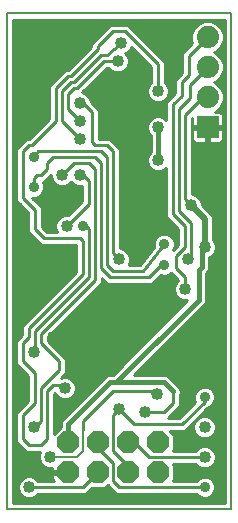
<source format=gbl>
G75*
%MOIN*%
%OFA0B0*%
%FSLAX25Y25*%
%IPPOS*%
%LPD*%
%AMOC8*
5,1,8,0,0,1.08239X$1,22.5*
%
%ADD10C,0.00800*%
%ADD11OC8,0.07400*%
%ADD12R,0.07400X0.07400*%
%ADD13C,0.07400*%
%ADD14C,0.01000*%
%ADD15C,0.03575*%
%ADD16C,0.04000*%
%ADD17C,0.01600*%
%ADD18C,0.02000*%
D10*
X0031348Y0001800D02*
X0106152Y0001800D01*
X0106152Y0167154D01*
X0031348Y0167154D01*
X0031348Y0001800D01*
X0045750Y0019154D02*
X0054750Y0019154D01*
X0056750Y0021154D01*
X0056750Y0028154D01*
D11*
X0061750Y0024154D03*
X0061750Y0014154D03*
X0051750Y0014154D03*
X0051750Y0024154D03*
X0071750Y0024154D03*
X0071750Y0014154D03*
X0081750Y0014154D03*
X0081750Y0024154D03*
D12*
X0098250Y0129154D03*
D13*
X0098250Y0139154D03*
X0098250Y0149154D03*
X0098250Y0159154D03*
D14*
X0092018Y0152922D01*
X0092018Y0146469D01*
X0089648Y0144100D01*
X0089648Y0139700D01*
X0086750Y0136802D01*
X0086750Y0100154D01*
X0090750Y0096154D01*
X0090750Y0089154D01*
X0087750Y0086154D01*
X0087750Y0082154D01*
X0090750Y0079154D01*
X0090750Y0075154D01*
X0089431Y0071696D02*
X0057403Y0071696D01*
X0058401Y0072694D02*
X0087977Y0072694D01*
X0087613Y0073058D02*
X0088654Y0072018D01*
X0090014Y0071454D01*
X0091486Y0071454D01*
X0091535Y0071474D01*
X0066714Y0046654D01*
X0065253Y0046654D01*
X0064334Y0046274D01*
X0049631Y0031570D01*
X0049250Y0030652D01*
X0049250Y0029291D01*
X0046950Y0026991D01*
X0046950Y0040243D01*
X0047365Y0040658D01*
X0047613Y0040058D01*
X0048654Y0039018D01*
X0050014Y0038454D01*
X0051486Y0038454D01*
X0052846Y0039018D01*
X0053887Y0040058D01*
X0054450Y0041418D01*
X0054450Y0042890D01*
X0053887Y0044250D01*
X0052846Y0045291D01*
X0051486Y0045854D01*
X0050014Y0045854D01*
X0049241Y0045534D01*
X0049661Y0045954D01*
X0050950Y0047243D01*
X0050950Y0052066D01*
X0049661Y0053354D01*
X0044950Y0058066D01*
X0044950Y0059243D01*
X0061661Y0075954D01*
X0062950Y0077243D01*
X0062950Y0078843D01*
X0063550Y0078243D01*
X0064839Y0076954D01*
X0079661Y0076954D01*
X0082574Y0079867D01*
X0083056Y0079667D01*
X0084444Y0079667D01*
X0085725Y0080198D01*
X0086160Y0080633D01*
X0088550Y0078243D01*
X0088550Y0078187D01*
X0087613Y0077250D01*
X0087050Y0075890D01*
X0087050Y0074418D01*
X0087613Y0073058D01*
X0087351Y0073693D02*
X0059400Y0073693D01*
X0060398Y0074691D02*
X0087050Y0074691D01*
X0087050Y0075690D02*
X0061397Y0075690D01*
X0062395Y0076688D02*
X0087381Y0076688D01*
X0088050Y0077687D02*
X0080394Y0077687D01*
X0081392Y0078685D02*
X0088108Y0078685D01*
X0087109Y0079684D02*
X0084485Y0079684D01*
X0083015Y0079684D02*
X0082391Y0079684D01*
X0082750Y0083154D02*
X0083750Y0083154D01*
X0082750Y0083154D02*
X0078750Y0079154D01*
X0065750Y0079154D01*
X0062750Y0082154D01*
X0062750Y0117154D01*
X0060750Y0119154D01*
X0046750Y0119154D01*
X0044750Y0117154D01*
X0044750Y0115154D01*
X0042750Y0113154D01*
X0041250Y0113154D01*
X0040250Y0112154D01*
X0040250Y0109154D01*
X0042671Y0106644D02*
X0056550Y0106644D01*
X0056550Y0107642D02*
X0043398Y0107642D01*
X0043206Y0107179D02*
X0043737Y0108461D01*
X0043737Y0109848D01*
X0043279Y0110954D01*
X0043661Y0110954D01*
X0044950Y0112243D01*
X0046050Y0113343D01*
X0046050Y0112418D01*
X0046613Y0111058D01*
X0047654Y0110018D01*
X0049014Y0109454D01*
X0050486Y0109454D01*
X0051846Y0110018D01*
X0052750Y0110922D01*
X0053654Y0110018D01*
X0055014Y0109454D01*
X0056486Y0109454D01*
X0056550Y0109481D01*
X0056550Y0104566D01*
X0051839Y0099854D01*
X0050514Y0099854D01*
X0049154Y0099291D01*
X0048113Y0098250D01*
X0047550Y0096890D01*
X0047550Y0095418D01*
X0047991Y0094354D01*
X0044661Y0094354D01*
X0042950Y0096066D01*
X0042950Y0102566D01*
X0039849Y0105667D01*
X0040944Y0105667D01*
X0042225Y0106198D01*
X0043206Y0107179D01*
X0043737Y0108641D02*
X0056550Y0108641D01*
X0058750Y0111154D02*
X0058750Y0103654D01*
X0051250Y0096154D01*
X0048519Y0098656D02*
X0042950Y0098656D01*
X0042950Y0099654D02*
X0050031Y0099654D01*
X0052637Y0100653D02*
X0042950Y0100653D01*
X0042950Y0101651D02*
X0053636Y0101651D01*
X0054634Y0102650D02*
X0042866Y0102650D01*
X0041867Y0103648D02*
X0055633Y0103648D01*
X0056550Y0104647D02*
X0040869Y0104647D01*
X0039870Y0105645D02*
X0056550Y0105645D01*
X0054568Y0109639D02*
X0050932Y0109639D01*
X0052466Y0110638D02*
X0053034Y0110638D01*
X0055750Y0113154D02*
X0056750Y0113154D01*
X0058750Y0111154D01*
X0060750Y0115154D02*
X0058750Y0117154D01*
X0053750Y0117154D01*
X0049750Y0113154D01*
X0047034Y0110638D02*
X0043410Y0110638D01*
X0043737Y0109639D02*
X0048568Y0109639D01*
X0046374Y0111636D02*
X0044343Y0111636D01*
X0045342Y0112635D02*
X0046050Y0112635D01*
X0040250Y0119154D02*
X0041750Y0121154D01*
X0062750Y0121154D01*
X0064750Y0119154D01*
X0064750Y0083154D01*
X0066750Y0081154D01*
X0076750Y0081154D01*
X0083750Y0090154D01*
X0081328Y0092665D02*
X0068950Y0092665D01*
X0068950Y0093663D02*
X0088550Y0093663D01*
X0088550Y0092665D02*
X0086172Y0092665D01*
X0085725Y0093111D02*
X0084444Y0093642D01*
X0083056Y0093642D01*
X0081775Y0093111D01*
X0080794Y0092130D01*
X0080263Y0090848D01*
X0080263Y0089461D01*
X0080318Y0089326D01*
X0075674Y0083354D01*
X0072009Y0083354D01*
X0072450Y0084418D01*
X0072450Y0085890D01*
X0071887Y0087250D01*
X0070846Y0088291D01*
X0069486Y0088854D01*
X0068950Y0088854D01*
X0068950Y0122066D01*
X0066950Y0124066D01*
X0065661Y0125354D01*
X0061950Y0125354D01*
X0061950Y0135066D01*
X0059450Y0137566D01*
X0059450Y0137890D01*
X0058887Y0139250D01*
X0057846Y0140291D01*
X0056539Y0140832D01*
X0064661Y0148954D01*
X0065217Y0148954D01*
X0066154Y0148018D01*
X0067514Y0147454D01*
X0068986Y0147454D01*
X0070346Y0148018D01*
X0071387Y0149058D01*
X0071950Y0150418D01*
X0071950Y0151890D01*
X0071387Y0153250D01*
X0070832Y0153805D01*
X0071346Y0154018D01*
X0072387Y0155058D01*
X0072781Y0156012D01*
X0079550Y0149243D01*
X0079550Y0144187D01*
X0078613Y0143250D01*
X0078050Y0141890D01*
X0078050Y0140418D01*
X0078613Y0139058D01*
X0079654Y0138018D01*
X0081014Y0137454D01*
X0082486Y0137454D01*
X0083846Y0138018D01*
X0084887Y0139058D01*
X0085450Y0140418D01*
X0085450Y0141890D01*
X0084887Y0143250D01*
X0083950Y0144187D01*
X0083950Y0151066D01*
X0072950Y0162066D01*
X0071661Y0163354D01*
X0065839Y0163354D01*
X0060839Y0158354D01*
X0059550Y0157066D01*
X0059550Y0156066D01*
X0051839Y0148354D01*
X0050839Y0148354D01*
X0046839Y0144354D01*
X0045550Y0143066D01*
X0045550Y0132066D01*
X0038839Y0125354D01*
X0037839Y0125354D01*
X0036550Y0124066D01*
X0036550Y0124066D01*
X0034550Y0122066D01*
X0034550Y0104743D01*
X0035839Y0103454D01*
X0038550Y0100743D01*
X0038550Y0094243D01*
X0039839Y0092954D01*
X0042839Y0089954D01*
X0054550Y0089954D01*
X0054550Y0081066D01*
X0036550Y0063066D01*
X0036550Y0060066D01*
X0034550Y0058066D01*
X0034550Y0050243D01*
X0035839Y0048954D01*
X0038550Y0046243D01*
X0038550Y0038066D01*
X0034550Y0034066D01*
X0034550Y0024243D01*
X0035839Y0022954D01*
X0037839Y0020954D01*
X0042491Y0020954D01*
X0042050Y0019890D01*
X0042050Y0018418D01*
X0042613Y0017058D01*
X0043654Y0016018D01*
X0045014Y0015454D01*
X0046486Y0015454D01*
X0046550Y0015481D01*
X0046550Y0014654D01*
X0051250Y0014654D01*
X0051250Y0013654D01*
X0046550Y0013654D01*
X0046550Y0012000D01*
X0047196Y0011354D01*
X0041783Y0011354D01*
X0040846Y0012291D01*
X0039486Y0012854D01*
X0038014Y0012854D01*
X0036654Y0012291D01*
X0035613Y0011250D01*
X0035050Y0009890D01*
X0035050Y0008418D01*
X0035613Y0007058D01*
X0036654Y0006018D01*
X0038014Y0005454D01*
X0039486Y0005454D01*
X0040846Y0006018D01*
X0041783Y0006954D01*
X0057661Y0006954D01*
X0058950Y0008243D01*
X0059487Y0008780D01*
X0059513Y0008754D01*
X0063987Y0008754D01*
X0065013Y0009780D01*
X0067839Y0006954D01*
X0094518Y0006954D01*
X0095275Y0006198D01*
X0096556Y0005667D01*
X0097944Y0005667D01*
X0099225Y0006198D01*
X0100206Y0007179D01*
X0100737Y0008461D01*
X0100737Y0009848D01*
X0100206Y0011130D01*
X0099225Y0012111D01*
X0097944Y0012642D01*
X0096556Y0012642D01*
X0095275Y0012111D01*
X0094518Y0011354D01*
X0086587Y0011354D01*
X0087150Y0011918D01*
X0087150Y0016391D01*
X0086587Y0016954D01*
X0094217Y0016954D01*
X0095154Y0016018D01*
X0096514Y0015454D01*
X0097986Y0015454D01*
X0099346Y0016018D01*
X0100387Y0017058D01*
X0100950Y0018418D01*
X0100950Y0019890D01*
X0100387Y0021250D01*
X0099346Y0022291D01*
X0097986Y0022854D01*
X0096514Y0022854D01*
X0095154Y0022291D01*
X0094217Y0021354D01*
X0086587Y0021354D01*
X0087150Y0021918D01*
X0087150Y0026391D01*
X0085587Y0027954D01*
X0090661Y0027954D01*
X0098161Y0035454D01*
X0098678Y0035971D01*
X0099225Y0036198D01*
X0100206Y0037179D01*
X0100737Y0038461D01*
X0100737Y0039848D01*
X0100206Y0041130D01*
X0099225Y0042111D01*
X0097944Y0042642D01*
X0096556Y0042642D01*
X0095275Y0042111D01*
X0094294Y0041130D01*
X0093763Y0039848D01*
X0093763Y0038461D01*
X0094109Y0037625D01*
X0088839Y0032354D01*
X0085061Y0032354D01*
X0087661Y0034954D01*
X0088950Y0036243D01*
X0088950Y0039933D01*
X0089250Y0040657D01*
X0089250Y0041652D01*
X0088869Y0042570D01*
X0085869Y0045570D01*
X0085166Y0046274D01*
X0084247Y0046654D01*
X0073786Y0046654D01*
X0097369Y0070238D01*
X0097750Y0071157D01*
X0097750Y0080619D01*
X0098369Y0081238D01*
X0098750Y0082157D01*
X0098750Y0085771D01*
X0099346Y0086018D01*
X0100387Y0087058D01*
X0100950Y0088418D01*
X0100950Y0089890D01*
X0100387Y0091250D01*
X0099950Y0091687D01*
X0099950Y0099191D01*
X0099539Y0100184D01*
X0096450Y0103273D01*
X0096450Y0103890D01*
X0095887Y0105250D01*
X0094846Y0106291D01*
X0093486Y0106854D01*
X0092950Y0106854D01*
X0092950Y0132243D01*
X0093050Y0132343D01*
X0093050Y0129654D01*
X0097750Y0129654D01*
X0097750Y0128654D01*
X0098750Y0128654D01*
X0098750Y0123954D01*
X0102147Y0123954D01*
X0102529Y0124057D01*
X0102871Y0124254D01*
X0103150Y0124533D01*
X0103348Y0124875D01*
X0103450Y0125257D01*
X0103450Y0128654D01*
X0098750Y0128654D01*
X0098750Y0129654D01*
X0103450Y0129654D01*
X0103450Y0133052D01*
X0103348Y0133433D01*
X0103150Y0133775D01*
X0102871Y0134055D01*
X0102529Y0134252D01*
X0102147Y0134354D01*
X0100773Y0134354D01*
X0101309Y0134576D01*
X0102828Y0136095D01*
X0103650Y0138080D01*
X0103650Y0140228D01*
X0102828Y0142213D01*
X0101309Y0143732D01*
X0100290Y0144154D01*
X0101309Y0144576D01*
X0102828Y0146095D01*
X0103650Y0148080D01*
X0103650Y0150228D01*
X0102828Y0152213D01*
X0101309Y0153732D01*
X0100290Y0154154D01*
X0101309Y0154576D01*
X0102828Y0156095D01*
X0103650Y0158080D01*
X0103650Y0160228D01*
X0102828Y0162213D01*
X0101309Y0163732D01*
X0099324Y0164554D01*
X0097176Y0164554D01*
X0095191Y0163732D01*
X0093672Y0162213D01*
X0092850Y0160228D01*
X0092850Y0158080D01*
X0093206Y0157221D01*
X0089818Y0153833D01*
X0089818Y0147381D01*
X0087448Y0145011D01*
X0087448Y0140611D01*
X0084550Y0137713D01*
X0084550Y0131587D01*
X0083846Y0132291D01*
X0082486Y0132854D01*
X0081014Y0132854D01*
X0079654Y0132291D01*
X0078613Y0131250D01*
X0078050Y0129890D01*
X0078050Y0128418D01*
X0078613Y0127058D01*
X0079250Y0126422D01*
X0079250Y0120887D01*
X0078613Y0120250D01*
X0078050Y0118890D01*
X0078050Y0117418D01*
X0078613Y0116058D01*
X0079654Y0115018D01*
X0081014Y0114454D01*
X0082486Y0114454D01*
X0083846Y0115018D01*
X0084550Y0115722D01*
X0084550Y0099243D01*
X0085839Y0097954D01*
X0088550Y0095243D01*
X0088550Y0090066D01*
X0086839Y0088354D01*
X0086737Y0088253D01*
X0087237Y0089461D01*
X0087237Y0090848D01*
X0086706Y0092130D01*
X0085725Y0093111D01*
X0086899Y0091666D02*
X0088550Y0091666D01*
X0088550Y0090668D02*
X0087237Y0090668D01*
X0087237Y0089669D02*
X0088153Y0089669D01*
X0087155Y0088670D02*
X0086910Y0088670D01*
X0091750Y0085154D02*
X0092750Y0086154D01*
X0092750Y0097154D01*
X0088750Y0101154D01*
X0088750Y0135202D01*
X0092348Y0138800D01*
X0092348Y0143253D01*
X0098250Y0149154D01*
X0102318Y0145586D02*
X0104052Y0145586D01*
X0104052Y0146584D02*
X0103030Y0146584D01*
X0103444Y0147583D02*
X0104052Y0147583D01*
X0104052Y0148581D02*
X0103650Y0148581D01*
X0103650Y0149580D02*
X0104052Y0149580D01*
X0104052Y0150578D02*
X0103505Y0150578D01*
X0103092Y0151577D02*
X0104052Y0151577D01*
X0104052Y0152575D02*
X0102466Y0152575D01*
X0101467Y0153574D02*
X0104052Y0153574D01*
X0104052Y0154572D02*
X0101299Y0154572D01*
X0102303Y0155571D02*
X0104052Y0155571D01*
X0104052Y0156569D02*
X0103024Y0156569D01*
X0103438Y0157568D02*
X0104052Y0157568D01*
X0104052Y0158566D02*
X0103650Y0158566D01*
X0103650Y0159565D02*
X0104052Y0159565D01*
X0104052Y0160563D02*
X0103511Y0160563D01*
X0103098Y0161562D02*
X0104052Y0161562D01*
X0104052Y0162560D02*
X0102481Y0162560D01*
X0101482Y0163559D02*
X0104052Y0163559D01*
X0104052Y0164557D02*
X0033448Y0164557D01*
X0033448Y0165054D02*
X0104052Y0165054D01*
X0104052Y0003900D01*
X0033448Y0003900D01*
X0033448Y0165054D01*
X0033448Y0163559D02*
X0095018Y0163559D01*
X0094019Y0162560D02*
X0072455Y0162560D01*
X0073454Y0161562D02*
X0093402Y0161562D01*
X0092989Y0160563D02*
X0074452Y0160563D01*
X0075451Y0159565D02*
X0092850Y0159565D01*
X0092850Y0158566D02*
X0076449Y0158566D01*
X0077448Y0157568D02*
X0093062Y0157568D01*
X0092554Y0156569D02*
X0078446Y0156569D01*
X0079445Y0155571D02*
X0091555Y0155571D01*
X0090557Y0154572D02*
X0080443Y0154572D01*
X0081442Y0153574D02*
X0089818Y0153574D01*
X0089818Y0152575D02*
X0082440Y0152575D01*
X0083439Y0151577D02*
X0089818Y0151577D01*
X0089818Y0150578D02*
X0083950Y0150578D01*
X0083950Y0149580D02*
X0089818Y0149580D01*
X0089818Y0148581D02*
X0083950Y0148581D01*
X0083950Y0147583D02*
X0089818Y0147583D01*
X0089021Y0146584D02*
X0083950Y0146584D01*
X0083950Y0145586D02*
X0088023Y0145586D01*
X0087448Y0144587D02*
X0083950Y0144587D01*
X0084548Y0143589D02*
X0087448Y0143589D01*
X0087448Y0142590D02*
X0085160Y0142590D01*
X0085450Y0141592D02*
X0087448Y0141592D01*
X0087430Y0140593D02*
X0085450Y0140593D01*
X0085109Y0139595D02*
X0086432Y0139595D01*
X0085433Y0138596D02*
X0084424Y0138596D01*
X0084550Y0137598D02*
X0082832Y0137598D01*
X0084550Y0136599D02*
X0060417Y0136599D01*
X0059450Y0137598D02*
X0080668Y0137598D01*
X0079076Y0138596D02*
X0059158Y0138596D01*
X0058542Y0139595D02*
X0078391Y0139595D01*
X0078050Y0140593D02*
X0057117Y0140593D01*
X0057299Y0141592D02*
X0078050Y0141592D01*
X0078340Y0142590D02*
X0058297Y0142590D01*
X0059296Y0143589D02*
X0078952Y0143589D01*
X0079550Y0144587D02*
X0060294Y0144587D01*
X0061293Y0145586D02*
X0079550Y0145586D01*
X0079550Y0146584D02*
X0062291Y0146584D01*
X0063290Y0147583D02*
X0067204Y0147583D01*
X0065591Y0148581D02*
X0064288Y0148581D01*
X0063750Y0151154D02*
X0054750Y0142154D01*
X0053750Y0142154D01*
X0051750Y0140154D01*
X0051750Y0135154D01*
X0055750Y0131154D01*
X0059750Y0134154D02*
X0056750Y0137154D01*
X0055750Y0137154D01*
X0059750Y0134154D02*
X0059750Y0124154D01*
X0060750Y0123154D01*
X0064750Y0123154D01*
X0066750Y0121154D01*
X0066750Y0087154D01*
X0068750Y0085154D01*
X0071465Y0087672D02*
X0079032Y0087672D01*
X0078256Y0086673D02*
X0072126Y0086673D01*
X0072450Y0085675D02*
X0077479Y0085675D01*
X0076702Y0084676D02*
X0072450Y0084676D01*
X0072143Y0083678D02*
X0075926Y0083678D01*
X0079809Y0088670D02*
X0069930Y0088670D01*
X0068950Y0089669D02*
X0080263Y0089669D01*
X0080263Y0090668D02*
X0068950Y0090668D01*
X0068950Y0091666D02*
X0080601Y0091666D01*
X0086136Y0097657D02*
X0068950Y0097657D01*
X0068950Y0096659D02*
X0087134Y0096659D01*
X0088133Y0095660D02*
X0068950Y0095660D01*
X0068950Y0094662D02*
X0088550Y0094662D01*
X0085137Y0098656D02*
X0068950Y0098656D01*
X0068950Y0099654D02*
X0084550Y0099654D01*
X0084550Y0100653D02*
X0068950Y0100653D01*
X0068950Y0101651D02*
X0084550Y0101651D01*
X0084550Y0102650D02*
X0068950Y0102650D01*
X0068950Y0103648D02*
X0084550Y0103648D01*
X0084550Y0104647D02*
X0068950Y0104647D01*
X0068950Y0105645D02*
X0084550Y0105645D01*
X0084550Y0106644D02*
X0068950Y0106644D01*
X0068950Y0107642D02*
X0084550Y0107642D01*
X0084550Y0108641D02*
X0068950Y0108641D01*
X0068950Y0109639D02*
X0084550Y0109639D01*
X0084550Y0110638D02*
X0068950Y0110638D01*
X0068950Y0111636D02*
X0084550Y0111636D01*
X0084550Y0112635D02*
X0068950Y0112635D01*
X0068950Y0113633D02*
X0084550Y0113633D01*
X0084550Y0114632D02*
X0082914Y0114632D01*
X0084459Y0115630D02*
X0084550Y0115630D01*
X0080586Y0114632D02*
X0068950Y0114632D01*
X0068950Y0115630D02*
X0079041Y0115630D01*
X0078377Y0116629D02*
X0068950Y0116629D01*
X0068950Y0117627D02*
X0078050Y0117627D01*
X0078050Y0118626D02*
X0068950Y0118626D01*
X0068950Y0119624D02*
X0078354Y0119624D01*
X0078986Y0120623D02*
X0068950Y0120623D01*
X0068950Y0121621D02*
X0079250Y0121621D01*
X0079250Y0122620D02*
X0068396Y0122620D01*
X0067397Y0123618D02*
X0079250Y0123618D01*
X0079250Y0124617D02*
X0066399Y0124617D01*
X0061950Y0125615D02*
X0079250Y0125615D01*
X0079058Y0126614D02*
X0061950Y0126614D01*
X0061950Y0127612D02*
X0078384Y0127612D01*
X0078050Y0128611D02*
X0061950Y0128611D01*
X0061950Y0129609D02*
X0078050Y0129609D01*
X0078347Y0130608D02*
X0061950Y0130608D01*
X0061950Y0131606D02*
X0078970Y0131606D01*
X0080412Y0132605D02*
X0061950Y0132605D01*
X0061950Y0133603D02*
X0084550Y0133603D01*
X0084550Y0132605D02*
X0083088Y0132605D01*
X0084530Y0131606D02*
X0084550Y0131606D01*
X0084550Y0134602D02*
X0061950Y0134602D01*
X0061415Y0135601D02*
X0084550Y0135601D01*
X0081750Y0141154D02*
X0081750Y0150154D01*
X0070750Y0161154D01*
X0066750Y0161154D01*
X0061750Y0156154D01*
X0061750Y0155154D01*
X0052750Y0146154D01*
X0051750Y0146154D01*
X0047750Y0142154D01*
X0047750Y0131154D01*
X0039750Y0123154D01*
X0038750Y0123154D01*
X0036750Y0121154D01*
X0036750Y0105654D01*
X0040750Y0101654D01*
X0040750Y0095154D01*
X0043750Y0092154D01*
X0055750Y0092154D01*
X0056750Y0091154D01*
X0056750Y0080154D01*
X0038750Y0062154D01*
X0038750Y0059154D01*
X0036750Y0057154D01*
X0036750Y0051154D01*
X0040750Y0047154D01*
X0040750Y0037154D01*
X0036750Y0033154D01*
X0036750Y0025154D01*
X0038750Y0023154D01*
X0042750Y0023154D01*
X0044750Y0025154D01*
X0044750Y0041154D01*
X0046750Y0043154D01*
X0049750Y0043154D01*
X0050750Y0042154D01*
X0052188Y0038745D02*
X0056805Y0038745D01*
X0057804Y0039743D02*
X0053572Y0039743D01*
X0054170Y0040742D02*
X0058802Y0040742D01*
X0059801Y0041740D02*
X0054450Y0041740D01*
X0054450Y0042739D02*
X0060799Y0042739D01*
X0061798Y0043737D02*
X0054099Y0043737D01*
X0053401Y0044736D02*
X0062796Y0044736D01*
X0063795Y0045734D02*
X0051775Y0045734D01*
X0050440Y0046733D02*
X0066793Y0046733D01*
X0067792Y0047732D02*
X0050950Y0047732D01*
X0050950Y0048730D02*
X0068790Y0048730D01*
X0069789Y0049729D02*
X0050950Y0049729D01*
X0050950Y0050727D02*
X0070787Y0050727D01*
X0071786Y0051726D02*
X0050950Y0051726D01*
X0050292Y0052724D02*
X0072784Y0052724D01*
X0073783Y0053723D02*
X0049293Y0053723D01*
X0048294Y0054721D02*
X0074781Y0054721D01*
X0075780Y0055720D02*
X0047296Y0055720D01*
X0046297Y0056718D02*
X0076778Y0056718D01*
X0077777Y0057717D02*
X0045299Y0057717D01*
X0044950Y0058715D02*
X0078775Y0058715D01*
X0079774Y0059714D02*
X0045421Y0059714D01*
X0046419Y0060712D02*
X0080772Y0060712D01*
X0081771Y0061711D02*
X0047418Y0061711D01*
X0048416Y0062709D02*
X0082769Y0062709D01*
X0083768Y0063708D02*
X0049415Y0063708D01*
X0050413Y0064706D02*
X0084766Y0064706D01*
X0085765Y0065705D02*
X0051412Y0065705D01*
X0052410Y0066703D02*
X0086763Y0066703D01*
X0087762Y0067702D02*
X0053409Y0067702D01*
X0054407Y0068700D02*
X0088760Y0068700D01*
X0089759Y0069699D02*
X0055406Y0069699D01*
X0056404Y0070697D02*
X0090757Y0070697D01*
X0093834Y0066703D02*
X0104052Y0066703D01*
X0104052Y0065705D02*
X0092836Y0065705D01*
X0091837Y0064706D02*
X0104052Y0064706D01*
X0104052Y0063708D02*
X0090839Y0063708D01*
X0089840Y0062709D02*
X0104052Y0062709D01*
X0104052Y0061711D02*
X0088842Y0061711D01*
X0087843Y0060712D02*
X0104052Y0060712D01*
X0104052Y0059714D02*
X0086845Y0059714D01*
X0085846Y0058715D02*
X0104052Y0058715D01*
X0104052Y0057717D02*
X0084848Y0057717D01*
X0083849Y0056718D02*
X0104052Y0056718D01*
X0104052Y0055720D02*
X0082851Y0055720D01*
X0081852Y0054721D02*
X0104052Y0054721D01*
X0104052Y0053723D02*
X0080854Y0053723D01*
X0079855Y0052724D02*
X0104052Y0052724D01*
X0104052Y0051726D02*
X0078857Y0051726D01*
X0077858Y0050727D02*
X0104052Y0050727D01*
X0104052Y0049729D02*
X0076860Y0049729D01*
X0075861Y0048730D02*
X0104052Y0048730D01*
X0104052Y0047732D02*
X0074863Y0047732D01*
X0073864Y0046733D02*
X0104052Y0046733D01*
X0104052Y0045734D02*
X0085705Y0045734D01*
X0086704Y0044736D02*
X0104052Y0044736D01*
X0104052Y0043737D02*
X0087702Y0043737D01*
X0088701Y0042739D02*
X0104052Y0042739D01*
X0104052Y0041740D02*
X0099596Y0041740D01*
X0100367Y0040742D02*
X0104052Y0040742D01*
X0104052Y0039743D02*
X0100737Y0039743D01*
X0100737Y0038745D02*
X0104052Y0038745D01*
X0104052Y0037746D02*
X0100442Y0037746D01*
X0099775Y0036748D02*
X0104052Y0036748D01*
X0104052Y0035749D02*
X0098456Y0035749D01*
X0097458Y0034751D02*
X0104052Y0034751D01*
X0104052Y0033752D02*
X0096459Y0033752D01*
X0096514Y0032854D02*
X0095154Y0032291D01*
X0094113Y0031250D01*
X0093550Y0029890D01*
X0093550Y0028418D01*
X0094113Y0027058D01*
X0095154Y0026018D01*
X0096514Y0025454D01*
X0097986Y0025454D01*
X0099346Y0026018D01*
X0100387Y0027058D01*
X0100950Y0028418D01*
X0100950Y0029890D01*
X0100387Y0031250D01*
X0099346Y0032291D01*
X0097986Y0032854D01*
X0096514Y0032854D01*
X0096271Y0032754D02*
X0095461Y0032754D01*
X0094618Y0031755D02*
X0094462Y0031755D01*
X0093909Y0030757D02*
X0093464Y0030757D01*
X0093550Y0029758D02*
X0092465Y0029758D01*
X0091467Y0028760D02*
X0093550Y0028760D01*
X0093822Y0027761D02*
X0085780Y0027761D01*
X0086778Y0026763D02*
X0094409Y0026763D01*
X0095766Y0025764D02*
X0087150Y0025764D01*
X0087150Y0024766D02*
X0104052Y0024766D01*
X0104052Y0025764D02*
X0098734Y0025764D01*
X0100091Y0026763D02*
X0104052Y0026763D01*
X0104052Y0027761D02*
X0100678Y0027761D01*
X0100950Y0028760D02*
X0104052Y0028760D01*
X0104052Y0029758D02*
X0100950Y0029758D01*
X0100591Y0030757D02*
X0104052Y0030757D01*
X0104052Y0031755D02*
X0099882Y0031755D01*
X0098229Y0032754D02*
X0104052Y0032754D01*
X0097250Y0037654D02*
X0097250Y0039154D01*
X0097250Y0037654D02*
X0089750Y0030154D01*
X0073750Y0030154D01*
X0068750Y0035154D01*
X0066750Y0033154D01*
X0066750Y0021154D01*
X0071750Y0016154D01*
X0071750Y0014154D01*
X0066750Y0011154D02*
X0068750Y0009154D01*
X0097250Y0009154D01*
X0094949Y0011785D02*
X0087018Y0011785D01*
X0087150Y0012784D02*
X0104052Y0012784D01*
X0104052Y0013782D02*
X0087150Y0013782D01*
X0087150Y0014781D02*
X0104052Y0014781D01*
X0104052Y0015779D02*
X0098770Y0015779D01*
X0100106Y0016778D02*
X0104052Y0016778D01*
X0104052Y0017776D02*
X0100684Y0017776D01*
X0100950Y0018775D02*
X0104052Y0018775D01*
X0104052Y0019773D02*
X0100950Y0019773D01*
X0100585Y0020772D02*
X0104052Y0020772D01*
X0104052Y0021770D02*
X0099867Y0021770D01*
X0098193Y0022769D02*
X0104052Y0022769D01*
X0104052Y0023767D02*
X0087150Y0023767D01*
X0087150Y0022769D02*
X0096307Y0022769D01*
X0094633Y0021770D02*
X0087003Y0021770D01*
X0086763Y0016778D02*
X0094394Y0016778D01*
X0095730Y0015779D02*
X0087150Y0015779D01*
X0094680Y0006793D02*
X0041621Y0006793D01*
X0040306Y0005794D02*
X0096249Y0005794D01*
X0098251Y0005794D02*
X0104052Y0005794D01*
X0104052Y0004796D02*
X0033448Y0004796D01*
X0033448Y0005794D02*
X0037194Y0005794D01*
X0035879Y0006793D02*
X0033448Y0006793D01*
X0033448Y0007791D02*
X0035310Y0007791D01*
X0035050Y0008790D02*
X0033448Y0008790D01*
X0033448Y0009788D02*
X0035050Y0009788D01*
X0035421Y0010787D02*
X0033448Y0010787D01*
X0033448Y0011785D02*
X0036148Y0011785D01*
X0037843Y0012784D02*
X0033448Y0012784D01*
X0033448Y0013782D02*
X0051250Y0013782D01*
X0046765Y0011785D02*
X0041352Y0011785D01*
X0039657Y0012784D02*
X0046550Y0012784D01*
X0046550Y0014781D02*
X0033448Y0014781D01*
X0033448Y0015779D02*
X0044230Y0015779D01*
X0042894Y0016778D02*
X0033448Y0016778D01*
X0033448Y0017776D02*
X0042316Y0017776D01*
X0042050Y0018775D02*
X0033448Y0018775D01*
X0033448Y0019773D02*
X0042050Y0019773D01*
X0042415Y0020772D02*
X0033448Y0020772D01*
X0033448Y0021770D02*
X0037023Y0021770D01*
X0036024Y0022769D02*
X0033448Y0022769D01*
X0033448Y0023767D02*
X0035026Y0023767D01*
X0034550Y0024766D02*
X0033448Y0024766D01*
X0033448Y0025764D02*
X0034550Y0025764D01*
X0034550Y0026763D02*
X0033448Y0026763D01*
X0033448Y0027761D02*
X0034550Y0027761D01*
X0034550Y0028760D02*
X0033448Y0028760D01*
X0033448Y0029758D02*
X0034550Y0029758D01*
X0034550Y0030757D02*
X0033448Y0030757D01*
X0033448Y0031755D02*
X0034550Y0031755D01*
X0034550Y0032754D02*
X0033448Y0032754D01*
X0033448Y0033752D02*
X0034550Y0033752D01*
X0035235Y0034751D02*
X0033448Y0034751D01*
X0033448Y0035749D02*
X0036234Y0035749D01*
X0037232Y0036748D02*
X0033448Y0036748D01*
X0033448Y0037746D02*
X0038231Y0037746D01*
X0038550Y0038745D02*
X0033448Y0038745D01*
X0033448Y0039743D02*
X0038550Y0039743D01*
X0038550Y0040742D02*
X0033448Y0040742D01*
X0033448Y0041740D02*
X0038550Y0041740D01*
X0038550Y0042739D02*
X0033448Y0042739D01*
X0033448Y0043737D02*
X0038550Y0043737D01*
X0038550Y0044736D02*
X0033448Y0044736D01*
X0033448Y0045734D02*
X0038550Y0045734D01*
X0038060Y0046733D02*
X0033448Y0046733D01*
X0033448Y0047732D02*
X0037062Y0047732D01*
X0036063Y0048730D02*
X0033448Y0048730D01*
X0033448Y0049729D02*
X0035065Y0049729D01*
X0034550Y0050727D02*
X0033448Y0050727D01*
X0033448Y0051726D02*
X0034550Y0051726D01*
X0034550Y0052724D02*
X0033448Y0052724D01*
X0033448Y0053723D02*
X0034550Y0053723D01*
X0034550Y0054721D02*
X0033448Y0054721D01*
X0033448Y0055720D02*
X0034550Y0055720D01*
X0034550Y0056718D02*
X0033448Y0056718D01*
X0033448Y0057717D02*
X0034550Y0057717D01*
X0035200Y0058715D02*
X0033448Y0058715D01*
X0033448Y0059714D02*
X0036198Y0059714D01*
X0036550Y0060712D02*
X0033448Y0060712D01*
X0033448Y0061711D02*
X0036550Y0061711D01*
X0036550Y0062709D02*
X0033448Y0062709D01*
X0033448Y0063708D02*
X0037192Y0063708D01*
X0038191Y0064706D02*
X0033448Y0064706D01*
X0033448Y0065705D02*
X0039189Y0065705D01*
X0040188Y0066703D02*
X0033448Y0066703D01*
X0033448Y0067702D02*
X0041186Y0067702D01*
X0042185Y0068700D02*
X0033448Y0068700D01*
X0033448Y0069699D02*
X0043183Y0069699D01*
X0044182Y0070697D02*
X0033448Y0070697D01*
X0033448Y0071696D02*
X0045180Y0071696D01*
X0046179Y0072694D02*
X0033448Y0072694D01*
X0033448Y0073693D02*
X0047177Y0073693D01*
X0048176Y0074691D02*
X0033448Y0074691D01*
X0033448Y0075690D02*
X0049174Y0075690D01*
X0050173Y0076688D02*
X0033448Y0076688D01*
X0033448Y0077687D02*
X0051171Y0077687D01*
X0052170Y0078685D02*
X0033448Y0078685D01*
X0033448Y0079684D02*
X0053168Y0079684D01*
X0054167Y0080682D02*
X0033448Y0080682D01*
X0033448Y0081681D02*
X0054550Y0081681D01*
X0054550Y0082679D02*
X0033448Y0082679D01*
X0033448Y0083678D02*
X0054550Y0083678D01*
X0054550Y0084676D02*
X0033448Y0084676D01*
X0033448Y0085675D02*
X0054550Y0085675D01*
X0054550Y0086673D02*
X0033448Y0086673D01*
X0033448Y0087672D02*
X0054550Y0087672D01*
X0054550Y0088670D02*
X0033448Y0088670D01*
X0033448Y0089669D02*
X0054550Y0089669D01*
X0058750Y0095154D02*
X0057750Y0096154D01*
X0056750Y0096154D01*
X0058750Y0095154D02*
X0058750Y0079154D01*
X0040750Y0061154D01*
X0040750Y0056154D01*
X0040250Y0054154D01*
X0042750Y0057154D02*
X0048750Y0051154D01*
X0048750Y0048154D01*
X0042750Y0042154D01*
X0042750Y0031154D01*
X0040750Y0029154D01*
X0040250Y0029154D01*
X0046950Y0028760D02*
X0048719Y0028760D01*
X0049250Y0029758D02*
X0046950Y0029758D01*
X0046950Y0030757D02*
X0049294Y0030757D01*
X0049815Y0031755D02*
X0046950Y0031755D01*
X0046950Y0032754D02*
X0050814Y0032754D01*
X0051812Y0033752D02*
X0046950Y0033752D01*
X0046950Y0034751D02*
X0052811Y0034751D01*
X0053810Y0035749D02*
X0046950Y0035749D01*
X0046950Y0036748D02*
X0054808Y0036748D01*
X0055807Y0037746D02*
X0046950Y0037746D01*
X0046950Y0038745D02*
X0049312Y0038745D01*
X0047928Y0039743D02*
X0046950Y0039743D01*
X0049441Y0045734D02*
X0049725Y0045734D01*
X0049661Y0045954D02*
X0049661Y0045954D01*
X0042750Y0057154D02*
X0042750Y0060154D01*
X0060750Y0078154D01*
X0060750Y0115154D01*
X0055750Y0125154D02*
X0049750Y0131154D01*
X0049750Y0141154D01*
X0052750Y0144154D01*
X0053750Y0144154D01*
X0062750Y0153154D01*
X0064750Y0153154D01*
X0069250Y0157154D01*
X0071900Y0154572D02*
X0074221Y0154572D01*
X0075219Y0153574D02*
X0071063Y0153574D01*
X0071666Y0152575D02*
X0076218Y0152575D01*
X0077216Y0151577D02*
X0071950Y0151577D01*
X0071950Y0150578D02*
X0078215Y0150578D01*
X0079213Y0149580D02*
X0071603Y0149580D01*
X0070909Y0148581D02*
X0079550Y0148581D01*
X0079550Y0147583D02*
X0069296Y0147583D01*
X0068250Y0151154D02*
X0063750Y0151154D01*
X0059550Y0156569D02*
X0033448Y0156569D01*
X0033448Y0155571D02*
X0059055Y0155571D01*
X0058057Y0154572D02*
X0033448Y0154572D01*
X0033448Y0153574D02*
X0057058Y0153574D01*
X0056060Y0152575D02*
X0033448Y0152575D01*
X0033448Y0151577D02*
X0055061Y0151577D01*
X0054063Y0150578D02*
X0033448Y0150578D01*
X0033448Y0149580D02*
X0053064Y0149580D01*
X0052066Y0148581D02*
X0033448Y0148581D01*
X0033448Y0147583D02*
X0050067Y0147583D01*
X0049069Y0146584D02*
X0033448Y0146584D01*
X0033448Y0145586D02*
X0048070Y0145586D01*
X0047072Y0144587D02*
X0033448Y0144587D01*
X0033448Y0143589D02*
X0046073Y0143589D01*
X0045550Y0142590D02*
X0033448Y0142590D01*
X0033448Y0141592D02*
X0045550Y0141592D01*
X0045550Y0140593D02*
X0033448Y0140593D01*
X0033448Y0139595D02*
X0045550Y0139595D01*
X0045550Y0138596D02*
X0033448Y0138596D01*
X0033448Y0137598D02*
X0045550Y0137598D01*
X0045550Y0136599D02*
X0033448Y0136599D01*
X0033448Y0135601D02*
X0045550Y0135601D01*
X0045550Y0134602D02*
X0033448Y0134602D01*
X0033448Y0133603D02*
X0045550Y0133603D01*
X0045550Y0132605D02*
X0033448Y0132605D01*
X0033448Y0131606D02*
X0045091Y0131606D01*
X0044092Y0130608D02*
X0033448Y0130608D01*
X0033448Y0129609D02*
X0043094Y0129609D01*
X0042095Y0128611D02*
X0033448Y0128611D01*
X0033448Y0127612D02*
X0041097Y0127612D01*
X0040098Y0126614D02*
X0033448Y0126614D01*
X0033448Y0125615D02*
X0039100Y0125615D01*
X0037101Y0124617D02*
X0033448Y0124617D01*
X0033448Y0123618D02*
X0036103Y0123618D01*
X0035104Y0122620D02*
X0033448Y0122620D01*
X0033448Y0121621D02*
X0034550Y0121621D01*
X0034550Y0120623D02*
X0033448Y0120623D01*
X0033448Y0119624D02*
X0034550Y0119624D01*
X0034550Y0118626D02*
X0033448Y0118626D01*
X0033448Y0117627D02*
X0034550Y0117627D01*
X0034550Y0116629D02*
X0033448Y0116629D01*
X0033448Y0115630D02*
X0034550Y0115630D01*
X0034550Y0114632D02*
X0033448Y0114632D01*
X0033448Y0113633D02*
X0034550Y0113633D01*
X0034550Y0112635D02*
X0033448Y0112635D01*
X0033448Y0111636D02*
X0034550Y0111636D01*
X0034550Y0110638D02*
X0033448Y0110638D01*
X0033448Y0109639D02*
X0034550Y0109639D01*
X0034550Y0108641D02*
X0033448Y0108641D01*
X0033448Y0107642D02*
X0034550Y0107642D01*
X0034550Y0106644D02*
X0033448Y0106644D01*
X0033448Y0105645D02*
X0034550Y0105645D01*
X0034646Y0104647D02*
X0033448Y0104647D01*
X0033448Y0103648D02*
X0035645Y0103648D01*
X0036643Y0102650D02*
X0033448Y0102650D01*
X0033448Y0101651D02*
X0037642Y0101651D01*
X0038550Y0100653D02*
X0033448Y0100653D01*
X0033448Y0099654D02*
X0038550Y0099654D01*
X0038550Y0098656D02*
X0033448Y0098656D01*
X0033448Y0097657D02*
X0038550Y0097657D01*
X0038550Y0096659D02*
X0033448Y0096659D01*
X0033448Y0095660D02*
X0038550Y0095660D01*
X0038550Y0094662D02*
X0033448Y0094662D01*
X0033448Y0093663D02*
X0039130Y0093663D01*
X0040129Y0092665D02*
X0033448Y0092665D01*
X0033448Y0091666D02*
X0041127Y0091666D01*
X0042126Y0090668D02*
X0033448Y0090668D01*
X0043356Y0095660D02*
X0047550Y0095660D01*
X0047550Y0096659D02*
X0042950Y0096659D01*
X0042950Y0097657D02*
X0047868Y0097657D01*
X0047863Y0094662D02*
X0044354Y0094662D01*
X0062950Y0078685D02*
X0063108Y0078685D01*
X0062950Y0077687D02*
X0064106Y0077687D01*
X0090750Y0105154D02*
X0090750Y0133154D01*
X0096750Y0139154D01*
X0098250Y0139154D01*
X0102333Y0135601D02*
X0104052Y0135601D01*
X0104052Y0136599D02*
X0103036Y0136599D01*
X0103450Y0137598D02*
X0104052Y0137598D01*
X0104052Y0138596D02*
X0103650Y0138596D01*
X0103650Y0139595D02*
X0104052Y0139595D01*
X0104052Y0140593D02*
X0103499Y0140593D01*
X0103085Y0141592D02*
X0104052Y0141592D01*
X0104052Y0142590D02*
X0102451Y0142590D01*
X0101452Y0143589D02*
X0104052Y0143589D01*
X0104052Y0144587D02*
X0101320Y0144587D01*
X0101334Y0134602D02*
X0104052Y0134602D01*
X0104052Y0133603D02*
X0103250Y0133603D01*
X0103450Y0132605D02*
X0104052Y0132605D01*
X0104052Y0131606D02*
X0103450Y0131606D01*
X0103450Y0130608D02*
X0104052Y0130608D01*
X0104052Y0129609D02*
X0098750Y0129609D01*
X0098750Y0128611D02*
X0097750Y0128611D01*
X0097750Y0128654D02*
X0097750Y0123954D01*
X0094353Y0123954D01*
X0093971Y0124057D01*
X0093629Y0124254D01*
X0093350Y0124533D01*
X0093152Y0124875D01*
X0093050Y0125257D01*
X0093050Y0128654D01*
X0097750Y0128654D01*
X0097750Y0129609D02*
X0092950Y0129609D01*
X0092950Y0128611D02*
X0093050Y0128611D01*
X0093050Y0127612D02*
X0092950Y0127612D01*
X0092950Y0126614D02*
X0093050Y0126614D01*
X0093050Y0125615D02*
X0092950Y0125615D01*
X0092950Y0124617D02*
X0093301Y0124617D01*
X0092950Y0123618D02*
X0104052Y0123618D01*
X0104052Y0122620D02*
X0092950Y0122620D01*
X0092950Y0121621D02*
X0104052Y0121621D01*
X0104052Y0120623D02*
X0092950Y0120623D01*
X0092950Y0119624D02*
X0104052Y0119624D01*
X0104052Y0118626D02*
X0092950Y0118626D01*
X0092950Y0117627D02*
X0104052Y0117627D01*
X0104052Y0116629D02*
X0092950Y0116629D01*
X0092950Y0115630D02*
X0104052Y0115630D01*
X0104052Y0114632D02*
X0092950Y0114632D01*
X0092950Y0113633D02*
X0104052Y0113633D01*
X0104052Y0112635D02*
X0092950Y0112635D01*
X0092950Y0111636D02*
X0104052Y0111636D01*
X0104052Y0110638D02*
X0092950Y0110638D01*
X0092950Y0109639D02*
X0104052Y0109639D01*
X0104052Y0108641D02*
X0092950Y0108641D01*
X0092950Y0107642D02*
X0104052Y0107642D01*
X0104052Y0106644D02*
X0093994Y0106644D01*
X0095492Y0105645D02*
X0104052Y0105645D01*
X0104052Y0104647D02*
X0096137Y0104647D01*
X0096450Y0103648D02*
X0104052Y0103648D01*
X0104052Y0102650D02*
X0097073Y0102650D01*
X0098072Y0101651D02*
X0104052Y0101651D01*
X0104052Y0100653D02*
X0099070Y0100653D01*
X0099758Y0099654D02*
X0104052Y0099654D01*
X0104052Y0098656D02*
X0099950Y0098656D01*
X0099950Y0097657D02*
X0104052Y0097657D01*
X0104052Y0096659D02*
X0099950Y0096659D01*
X0099950Y0095660D02*
X0104052Y0095660D01*
X0104052Y0094662D02*
X0099950Y0094662D01*
X0099950Y0093663D02*
X0104052Y0093663D01*
X0104052Y0092665D02*
X0099950Y0092665D01*
X0099971Y0091666D02*
X0104052Y0091666D01*
X0104052Y0090668D02*
X0100628Y0090668D01*
X0100950Y0089669D02*
X0104052Y0089669D01*
X0104052Y0088670D02*
X0100950Y0088670D01*
X0100641Y0087672D02*
X0104052Y0087672D01*
X0104052Y0086673D02*
X0100002Y0086673D01*
X0098750Y0085675D02*
X0104052Y0085675D01*
X0104052Y0084676D02*
X0098750Y0084676D01*
X0098750Y0083678D02*
X0104052Y0083678D01*
X0104052Y0082679D02*
X0098750Y0082679D01*
X0098553Y0081681D02*
X0104052Y0081681D01*
X0104052Y0080682D02*
X0097814Y0080682D01*
X0097750Y0079684D02*
X0104052Y0079684D01*
X0104052Y0078685D02*
X0097750Y0078685D01*
X0097750Y0077687D02*
X0104052Y0077687D01*
X0104052Y0076688D02*
X0097750Y0076688D01*
X0097750Y0075690D02*
X0104052Y0075690D01*
X0104052Y0074691D02*
X0097750Y0074691D01*
X0097750Y0073693D02*
X0104052Y0073693D01*
X0104052Y0072694D02*
X0097750Y0072694D01*
X0097750Y0071696D02*
X0104052Y0071696D01*
X0104052Y0070697D02*
X0097560Y0070697D01*
X0096830Y0069699D02*
X0104052Y0069699D01*
X0104052Y0068700D02*
X0095831Y0068700D01*
X0094833Y0067702D02*
X0104052Y0067702D01*
X0094904Y0041740D02*
X0089213Y0041740D01*
X0089250Y0040742D02*
X0094133Y0040742D01*
X0093763Y0039743D02*
X0088950Y0039743D01*
X0088950Y0038745D02*
X0093763Y0038745D01*
X0094058Y0037746D02*
X0088950Y0037746D01*
X0088950Y0036748D02*
X0093232Y0036748D01*
X0092234Y0035749D02*
X0088456Y0035749D01*
X0087458Y0034751D02*
X0091235Y0034751D01*
X0090237Y0033752D02*
X0086459Y0033752D01*
X0085461Y0032754D02*
X0089238Y0032754D01*
X0086750Y0037154D02*
X0086750Y0041154D01*
X0086750Y0037154D02*
X0083750Y0034154D01*
X0077250Y0034154D01*
X0081250Y0040154D02*
X0080250Y0041154D01*
X0066750Y0041154D01*
X0056750Y0031154D01*
X0056750Y0028154D01*
X0061750Y0024154D02*
X0061750Y0022154D01*
X0066750Y0017154D01*
X0066750Y0011154D01*
X0066003Y0008790D02*
X0064022Y0008790D01*
X0067002Y0007791D02*
X0058498Y0007791D01*
X0056750Y0009154D02*
X0038750Y0009154D01*
X0046950Y0027761D02*
X0047720Y0027761D01*
X0061750Y0014154D02*
X0056750Y0009154D01*
X0071750Y0024154D02*
X0073750Y0024154D01*
X0078750Y0019154D01*
X0097250Y0019154D01*
X0099551Y0011785D02*
X0104052Y0011785D01*
X0104052Y0010787D02*
X0100349Y0010787D01*
X0100737Y0009788D02*
X0104052Y0009788D01*
X0104052Y0008790D02*
X0100737Y0008790D01*
X0100460Y0007791D02*
X0104052Y0007791D01*
X0104052Y0006793D02*
X0099820Y0006793D01*
X0092750Y0103154D02*
X0090750Y0105154D01*
X0097750Y0124617D02*
X0098750Y0124617D01*
X0098750Y0125615D02*
X0097750Y0125615D01*
X0097750Y0126614D02*
X0098750Y0126614D01*
X0098750Y0127612D02*
X0097750Y0127612D01*
X0093050Y0130608D02*
X0092950Y0130608D01*
X0092950Y0131606D02*
X0093050Y0131606D01*
X0103450Y0128611D02*
X0104052Y0128611D01*
X0104052Y0127612D02*
X0103450Y0127612D01*
X0103450Y0126614D02*
X0104052Y0126614D01*
X0104052Y0125615D02*
X0103450Y0125615D01*
X0103199Y0124617D02*
X0104052Y0124617D01*
X0073222Y0155571D02*
X0072599Y0155571D01*
X0065045Y0162560D02*
X0033448Y0162560D01*
X0033448Y0161562D02*
X0064046Y0161562D01*
X0063048Y0160563D02*
X0033448Y0160563D01*
X0033448Y0159565D02*
X0062049Y0159565D01*
X0061051Y0158566D02*
X0033448Y0158566D01*
X0033448Y0157568D02*
X0060052Y0157568D01*
D15*
X0040250Y0119154D03*
X0040250Y0109154D03*
X0056750Y0096154D03*
X0083750Y0090154D03*
X0083750Y0083154D03*
X0068750Y0059154D03*
X0097250Y0039154D03*
X0097250Y0009154D03*
D16*
X0090750Y0013654D03*
X0097250Y0019154D03*
X0090750Y0026154D03*
X0097250Y0029154D03*
X0081250Y0040154D03*
X0077250Y0034154D03*
X0068750Y0035154D03*
X0068750Y0054154D03*
X0068750Y0064154D03*
X0068750Y0085154D03*
X0070750Y0100154D03*
X0070750Y0106154D03*
X0078750Y0104154D03*
X0078750Y0110154D03*
X0081750Y0118154D03*
X0081750Y0129154D03*
X0081750Y0135154D03*
X0081750Y0141154D03*
X0085750Y0151154D03*
X0069250Y0157154D03*
X0068250Y0151154D03*
X0068750Y0141154D03*
X0068750Y0135154D03*
X0068750Y0129154D03*
X0055750Y0131154D03*
X0055750Y0125154D03*
X0055750Y0113154D03*
X0049750Y0113154D03*
X0051250Y0096154D03*
X0045750Y0096154D03*
X0040250Y0089154D03*
X0040250Y0079154D03*
X0040250Y0069154D03*
X0046750Y0059154D03*
X0040250Y0054154D03*
X0050750Y0042154D03*
X0040250Y0029154D03*
X0045750Y0019154D03*
X0040750Y0014154D03*
X0038750Y0009154D03*
X0090750Y0075154D03*
X0091750Y0085154D03*
X0097250Y0089154D03*
X0092750Y0103154D03*
X0097250Y0109154D03*
X0055750Y0137154D03*
X0038750Y0138154D03*
X0038750Y0144154D03*
X0038750Y0150154D03*
D17*
X0081750Y0129154D02*
X0081750Y0118154D01*
X0097250Y0089154D02*
X0096250Y0088154D01*
X0096250Y0082654D01*
X0095250Y0081654D01*
X0095250Y0071654D01*
X0067750Y0044154D01*
X0083750Y0044154D01*
X0086750Y0041154D01*
X0067750Y0044154D02*
X0065750Y0044154D01*
X0051750Y0030154D01*
X0051750Y0024154D01*
D18*
X0097250Y0089154D02*
X0097250Y0098654D01*
X0092750Y0103154D01*
M02*

</source>
